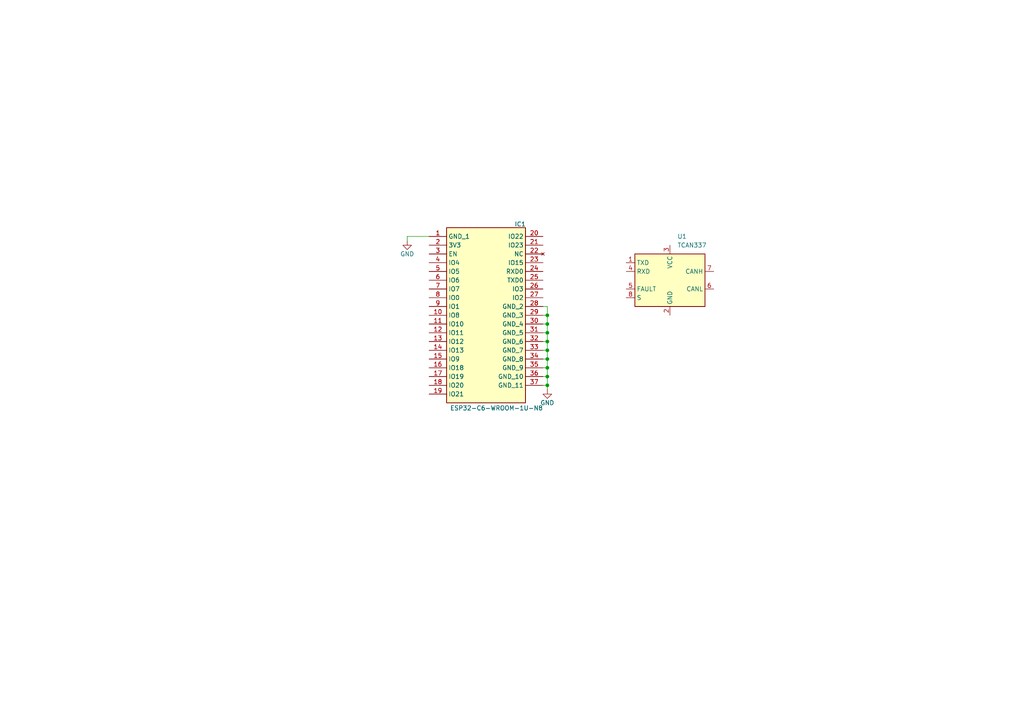
<source format=kicad_sch>
(kicad_sch (version 20250114) (generator "eeschema") (generator_version "9.0")
  (paper "A4")
  (lib_symbols
    (symbol "ESP32-C6-WROOM-1U-N8:ESP32-C6-WROOM-1U-N8"
      (property "Reference" "IC" (at 29.21 7.62 0))
      (property "Value" "ESP32-C6-WROOM-1U-N8" (at 29.21 5.08 0))
      (symbol "ESP32-C6-WROOM-1U-N8_1_1"
        (rectangle (start 5.08 2.54) (end 27.94 -48.26) (stroke (width 0.254)) (fill (type background)))
        (pin passive line (at 0 0 0) (length 5.08) (name "GND_1") (number "1"))
        (pin passive line (at 0 -2.54 0) (length 5.08) (name "3V3") (number "2"))
        (pin passive line (at 0 -5.08 0) (length 5.08) (name "EN") (number "3"))
        (pin passive line (at 0 -7.62 0) (length 5.08) (name "IO4") (number "4"))
        (pin passive line (at 0 -10.16 0) (length 5.08) (name "IO5") (number "5"))
        (pin passive line (at 0 -12.7 0) (length 5.08) (name "IO6") (number "6"))
        (pin passive line (at 0 -15.24 0) (length 5.08) (name "IO7") (number "7"))
        (pin passive line (at 0 -17.78 0) (length 5.08) (name "IO0") (number "8"))
        (pin passive line (at 0 -20.32 0) (length 5.08) (name "IO1") (number "9"))
        (pin passive line (at 0 -22.86 0) (length 5.08) (name "IO8") (number "10"))
        (pin passive line (at 0 -25.4 0) (length 5.08) (name "IO10") (number "11"))
        (pin passive line (at 0 -27.94 0) (length 5.08) (name "IO11") (number "12"))
        (pin passive line (at 0 -30.48 0) (length 5.08) (name "IO12") (number "13"))
        (pin passive line (at 0 -33.02 0) (length 5.08) (name "IO13") (number "14"))
        (pin passive line (at 0 -35.56 0) (length 5.08) (name "IO9") (number "15"))
        (pin passive line (at 0 -38.1 0) (length 5.08) (name "IO18") (number "16"))
        (pin passive line (at 0 -40.64 0) (length 5.08) (name "IO19") (number "17"))
        (pin passive line (at 0 -43.18 0) (length 5.08) (name "IO20") (number "18"))
        (pin passive line (at 0 -45.72 0) (length 5.08) (name "IO21") (number "19"))
        (pin passive line (at 33.02 0 180) (length 5.08) (name "IO22") (number "20"))
        (pin passive line (at 33.02 -2.54 180) (length 5.08) (name "IO23") (number "21"))
        (pin no_connect line (at 33.02 -5.08 180) (length 5.08) (name "NC") (number "22"))
        (pin passive line (at 33.02 -7.62 180) (length 5.08) (name "IO15") (number "23"))
        (pin passive line (at 33.02 -10.16 180) (length 5.08) (name "RXD0") (number "24"))
        (pin passive line (at 33.02 -12.7 180) (length 5.08) (name "TXD0") (number "25"))
        (pin passive line (at 33.02 -15.24 180) (length 5.08) (name "IO3") (number "26"))
        (pin passive line (at 33.02 -17.78 180) (length 5.08) (name "IO2") (number "27"))
        (pin passive line (at 33.02 -20.32 180) (length 5.08) (name "GND_2") (number "28"))
        (pin passive line (at 33.02 -22.86 180) (length 5.08) (name "GND_3") (number "29"))
        (pin passive line (at 33.02 -25.4 180) (length 5.08) (name "GND_4") (number "30"))
        (pin passive line (at 33.02 -27.94 180) (length 5.08) (name "GND_5") (number "31"))
        (pin passive line (at 33.02 -30.48 180) (length 5.08) (name "GND_6") (number "32"))
        (pin passive line (at 33.02 -33.02 180) (length 5.08) (name "GND_7") (number "33"))
        (pin passive line (at 33.02 -35.56 180) (length 5.08) (name "GND_8") (number "34"))
        (pin passive line (at 33.02 -38.1 180) (length 5.08) (name "GND_9") (number "35"))
        (pin passive line (at 33.02 -40.64 180) (length 5.08) (name "GND_10") (number "36"))
        (pin passive line (at 33.02 -43.18 180) (length 5.08) (name "GND_11") (number "37"))
      )
    )
    (symbol "Interface_CAN_LIN:TCAN337"
      (property "Reference" "U" (at -10.16 8.89 0))
      (property "Value" "TCAN337" (at 2.54 8.89 0))
      (symbol "TCAN337_0_1"
        (rectangle (start -10.16 7.62) (end 10.16 -7.62) (stroke (width 0.254)) (fill (type background)))
      )
      (symbol "TCAN337_1_1"
        (pin input line (at -12.7 5.08 0) (length 2.54) (name "TXD") (number "1"))
        (pin tri_state line (at -12.7 2.54 0) (length 2.54) (name "RXD") (number "4"))
        (pin open_collector line (at -12.7 -2.54 0) (length 2.54) (name "FAULT") (number "5"))
        (pin input line (at -12.7 -5.08 0) (length 2.54) (name "S") (number "8"))
        (pin power_in line (at 0 10.16 270) (length 2.54) (name "VCC") (number "3"))
        (pin power_in line (at 0 -10.16 90) (length 2.54) (name "GND") (number "2"))
        (pin bidirectional line (at 12.7 2.54 180) (length 2.54) (name "CANH") (number "7"))
        (pin bidirectional line (at 12.7 -2.54 180) (length 2.54) (name "CANL") (number "6"))
      )
    )
    (symbol "power:GND" (power) (pin_numbers (hide yes)) (pin_names (offset 0) (hide yes))
      (property "Value" "GND" (at 0 -3.81 0))
      (symbol "GND_0_1"
        (polyline (pts (xy 0 0) (xy 0 -1.27) (xy 1.27 -1.27) (xy 0 -2.54) (xy -1.27 -1.27) (xy 0 -1.27)))
      )
      (symbol "GND_1_1"
        (pin power_in line (at 0 0 270) (length 0) (name "~") (number "1"))
      )
    )
  )
  (junction (at 158.75 101.6))
  (junction (at 158.75 99.06))
  (junction (at 158.75 106.68))
  (junction (at 158.75 111.76))
  (junction (at 158.75 93.98))
  (junction (at 158.75 91.44))
  (junction (at 158.75 96.52))
  (junction (at 158.75 109.22))
  (junction (at 158.75 104.14))
  (wire (pts (xy 158.75 88.9) (xy 158.75 91.44)))
  (wire (pts (xy 118.11 68.58) (xy 124.46 68.58)))
  (wire (pts (xy 157.48 99.06) (xy 158.75 99.06)))
  (wire (pts (xy 157.48 104.14) (xy 158.75 104.14)))
  (wire (pts (xy 157.48 96.52) (xy 158.75 96.52)))
  (wire (pts (xy 158.75 93.98) (xy 158.75 96.52)))
  (wire (pts (xy 158.75 109.22) (xy 158.75 111.76)))
  (wire (pts (xy 158.75 99.06) (xy 158.75 101.6)))
  (wire (pts (xy 157.48 91.44) (xy 158.75 91.44)))
  (wire (pts (xy 157.48 101.6) (xy 158.75 101.6)))
  (wire (pts (xy 158.75 104.14) (xy 158.75 106.68)))
  (wire (pts (xy 157.48 109.22) (xy 158.75 109.22)))
  (wire (pts (xy 118.11 69.85) (xy 118.11 68.58)))
  (wire (pts (xy 158.75 111.76) (xy 157.48 111.76)))
  (wire (pts (xy 158.75 111.76) (xy 158.75 113.03)))
  (wire (pts (xy 158.75 91.44) (xy 158.75 93.98)))
  (wire (pts (xy 158.75 101.6) (xy 158.75 104.14)))
  (wire (pts (xy 157.48 93.98) (xy 158.75 93.98)))
  (wire (pts (xy 158.75 96.52) (xy 158.75 99.06)))
  (wire (pts (xy 158.75 106.68) (xy 158.75 109.22)))
  (wire (pts (xy 157.48 88.9) (xy 158.75 88.9)))
  (wire (pts (xy 157.48 106.68) (xy 158.75 106.68)))
  (symbol (lib_id "Interface_CAN_LIN:TCAN337") (at 194.31 81.28 0) (unit 1)
    (property "Reference" "U1" (at 196.4533 68.58 0) (effects (justify left)))
    (property "Value" "TCAN337" (at 196.4533 71.12 0) (effects (justify left)))
    (property "Footprint" "Package_TO_SOT_SMD:SOT-23-8" (effects (hide yes)))
    (property "Datasheet" "http://www.ti.com/lit/ds/symlink/tcan337.pdf" (effects (hide yes)))
    (property "Description" "High-Speed CAN Transceiver, 1Mbps, 3.3V supply, silent mode, fault output, SOT-23-8/SOIC-8" (effects (hide yes)))
  )
  (symbol (lib_id "ESP32-C6-WROOM-1U-N8:ESP32-C6-WROOM-1U-N8") (at 124.46 68.58 0) (unit 1)
    (property "Reference" "IC1" (at 150.876 65.024 0))
    (property "Value" "ESP32-C6-WROOM-1U-N8" (at 144.018 118.364 0))
    (property "Footprint" "krakenduino_footprints:ESP32C6WROOM1UN8" (effects (hide yes)))
    (property "Datasheet" "https://www.espressif.com/sites/default/files/documentation/esp32-c6-wroom-1_wroom-1u_datasheet_en.pdf" (effects (hide yes)))
    (property "Description" "Multiprotocol Modules ESP32-C6 based module, supports Wi-Fi 6 in 2.4 GHz band, Bluetooth 5, Zigbee 3.0 and Thread" (effects (hide yes)))
    (property "Height" "3.35" (effects (hide yes)))
    (property "Mouser Part Number" "356-ESP32C6WROOM1UN8" (effects (hide yes)))
    (property "Mouser Price/Stock" "https://www.mouser.co.uk/ProductDetail/Espressif-Systems/ESP32-C6-WROOM-1U-N8?qs=1Kr7Jg1SGW%2FzPU4G%252ByMwkA%3D%3D" (effects (hide yes)))
    (property "Manufacturer_Name" "Espressif Systems" (effects (hide yes)))
    (property "Manufacturer_Part_Number" "ESP32-C6-WROOM-1U-N8" (effects (hide yes)))
  )
  (symbol (lib_id "power:GND") (at 118.11 69.85 0) (unit 1)
    (property "Reference" "#PWR02" (effects (hide yes)))
    (property "Value" "GND" (at 118.11 73.66 0))
    (property "Description" "Power symbol creates a global label with name \"GND\" , ground" (effects (hide yes)))
  )
  (symbol (lib_id "power:GND") (at 158.75 113.03 0) (unit 1)
    (property "Reference" "#PWR01" (effects (hide yes)))
    (property "Value" "GND" (at 158.75 116.84 0))
    (property "Description" "Power symbol creates a global label with name \"GND\" , ground" (effects (hide yes)))
  )
)
</source>
